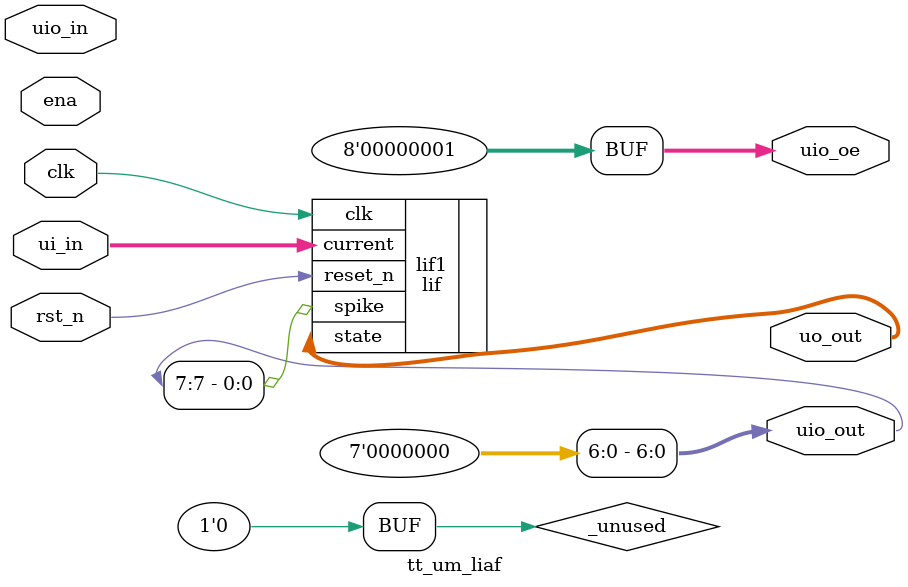
<source format=v>
/*
 * Copyright (c) 2024 Your Name
 * SPDX-License-Identifier: Apache-2.0
 */

`default_nettype none

module tt_um_liaf (
    input  wire [7:0] ui_in,    // Dedicated inputs
    output wire [7:0] uo_out,   // Dedicated outputs
    input  wire [7:0] uio_in,   // IOs: Input path
    output wire [7:0] uio_out,  // IOs: Output path
    output wire [7:0] uio_oe,   // IOs: Enable path (active high: 0=input, 1=output)
    input  wire       ena,      // always 1 when the design is powered, so you can ignore it
    input  wire       clk,      // clock
    input  wire       rst_n     // reset_n - low to reset
);

  // All output pins must be assigned. If not used, assign to 0.
  assign uio_out [6:0] = 0;
  assign uio_oe  = 1;

  // List all unused inputs to prevent warnings
  wire _unused = &{ena, uio_in, 1'b0};

  // instantiate lif neuron
lif lif1 (.current(ui_in), .clk(clk), .reset_n(rst_n), .state(uo_out), .spike(uio_out[7]));

endmodule

</source>
